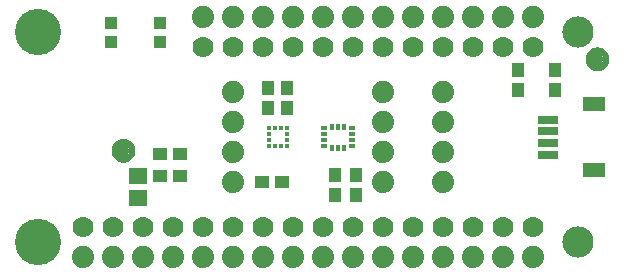
<source format=gbr>
G04 EAGLE Gerber RS-274X export*
G75*
%MOMM*%
%FSLAX34Y34*%
%LPD*%
%INSoldermask Top*%
%IPPOS*%
%AMOC8*
5,1,8,0,0,1.08239X$1,22.5*%
G01*
%ADD10R,1.101600X1.176600*%
%ADD11R,1.651600X0.701600*%
%ADD12R,1.901600X1.301600*%
%ADD13R,0.376600X0.351600*%
%ADD14R,0.351600X0.376600*%
%ADD15R,0.576600X0.351600*%
%ADD16R,0.351600X0.576600*%
%ADD17C,2.641600*%
%ADD18C,3.911600*%
%ADD19C,1.879600*%
%ADD20C,1.778000*%
%ADD21R,1.001600X1.001600*%
%ADD22C,1.101600*%
%ADD23C,0.500000*%
%ADD24R,1.176600X1.101600*%
%ADD25R,1.601600X1.341600*%


D10*
X276860Y82160D03*
X276860Y65160D03*
D11*
X457460Y109300D03*
X457460Y119300D03*
X457460Y99300D03*
X457460Y129300D03*
D12*
X496460Y86300D03*
X496460Y142300D03*
D10*
X236601Y139201D03*
X236601Y156201D03*
D13*
X236100Y106800D03*
X236100Y111800D03*
X236100Y116800D03*
X236100Y121800D03*
D14*
X231100Y121800D03*
X226100Y121800D03*
D13*
X221100Y121800D03*
X221100Y116800D03*
X221100Y111800D03*
X221100Y106800D03*
D14*
X226100Y106800D03*
X231100Y106800D03*
D10*
X220345Y138820D03*
X220345Y155820D03*
D15*
X267775Y121800D03*
X267775Y116800D03*
X267775Y111800D03*
X267775Y106800D03*
D16*
X274400Y105175D03*
X279400Y105175D03*
X284400Y105175D03*
D15*
X291025Y106800D03*
X291025Y111800D03*
X291025Y116800D03*
X291025Y121800D03*
D16*
X284400Y123425D03*
X279400Y123425D03*
X274400Y123425D03*
D17*
X482600Y203200D03*
X482600Y25400D03*
D18*
X25400Y203200D03*
X25400Y25400D03*
D19*
X165100Y215900D03*
X190500Y215900D03*
X215900Y215900D03*
X241300Y215900D03*
X266700Y215900D03*
X292100Y215900D03*
X317500Y215900D03*
X342900Y215900D03*
X368300Y215900D03*
X393700Y215900D03*
X419100Y215900D03*
X444500Y215900D03*
X165100Y12700D03*
X190500Y12700D03*
X215900Y12700D03*
X241300Y12700D03*
X266700Y12700D03*
X292100Y12700D03*
X317500Y12700D03*
X342900Y12700D03*
X368300Y12700D03*
X393700Y12700D03*
X419100Y12700D03*
X444500Y12700D03*
X139700Y12700D03*
X114300Y12700D03*
X88900Y12700D03*
X63500Y12700D03*
D20*
X444500Y38100D03*
X419100Y38100D03*
X393700Y38100D03*
X368300Y38100D03*
X342900Y38100D03*
X317500Y38100D03*
X292100Y38100D03*
X266700Y38100D03*
X241300Y38100D03*
X215900Y38100D03*
X190500Y38100D03*
X165100Y38100D03*
X139700Y38100D03*
X114300Y38100D03*
X88900Y38100D03*
X63500Y38100D03*
X165100Y190500D03*
X190500Y190500D03*
X215900Y190500D03*
X241300Y190500D03*
X266700Y190500D03*
X292100Y190500D03*
X317500Y190500D03*
X342900Y190500D03*
X368300Y190500D03*
X393700Y190500D03*
X419100Y190500D03*
X444500Y190500D03*
D21*
X128450Y211200D03*
X128450Y195200D03*
X87450Y195200D03*
X87450Y211200D03*
D22*
X97790Y102870D03*
D23*
X97790Y110370D02*
X97609Y110368D01*
X97428Y110361D01*
X97247Y110350D01*
X97066Y110335D01*
X96886Y110315D01*
X96706Y110291D01*
X96527Y110263D01*
X96349Y110230D01*
X96172Y110193D01*
X95995Y110152D01*
X95820Y110107D01*
X95645Y110057D01*
X95472Y110003D01*
X95301Y109945D01*
X95130Y109883D01*
X94962Y109816D01*
X94795Y109746D01*
X94629Y109672D01*
X94466Y109593D01*
X94305Y109511D01*
X94145Y109425D01*
X93988Y109335D01*
X93833Y109241D01*
X93680Y109144D01*
X93530Y109042D01*
X93382Y108938D01*
X93236Y108829D01*
X93094Y108718D01*
X92954Y108602D01*
X92817Y108484D01*
X92682Y108362D01*
X92551Y108237D01*
X92423Y108109D01*
X92298Y107978D01*
X92176Y107843D01*
X92058Y107706D01*
X91942Y107566D01*
X91831Y107424D01*
X91722Y107278D01*
X91618Y107130D01*
X91516Y106980D01*
X91419Y106827D01*
X91325Y106672D01*
X91235Y106515D01*
X91149Y106355D01*
X91067Y106194D01*
X90988Y106031D01*
X90914Y105865D01*
X90844Y105698D01*
X90777Y105530D01*
X90715Y105359D01*
X90657Y105188D01*
X90603Y105015D01*
X90553Y104840D01*
X90508Y104665D01*
X90467Y104488D01*
X90430Y104311D01*
X90397Y104133D01*
X90369Y103954D01*
X90345Y103774D01*
X90325Y103594D01*
X90310Y103413D01*
X90299Y103232D01*
X90292Y103051D01*
X90290Y102870D01*
X97790Y110370D02*
X97971Y110368D01*
X98152Y110361D01*
X98333Y110350D01*
X98514Y110335D01*
X98694Y110315D01*
X98874Y110291D01*
X99053Y110263D01*
X99231Y110230D01*
X99408Y110193D01*
X99585Y110152D01*
X99760Y110107D01*
X99935Y110057D01*
X100108Y110003D01*
X100279Y109945D01*
X100450Y109883D01*
X100618Y109816D01*
X100785Y109746D01*
X100951Y109672D01*
X101114Y109593D01*
X101275Y109511D01*
X101435Y109425D01*
X101592Y109335D01*
X101747Y109241D01*
X101900Y109144D01*
X102050Y109042D01*
X102198Y108938D01*
X102344Y108829D01*
X102486Y108718D01*
X102626Y108602D01*
X102763Y108484D01*
X102898Y108362D01*
X103029Y108237D01*
X103157Y108109D01*
X103282Y107978D01*
X103404Y107843D01*
X103522Y107706D01*
X103638Y107566D01*
X103749Y107424D01*
X103858Y107278D01*
X103962Y107130D01*
X104064Y106980D01*
X104161Y106827D01*
X104255Y106672D01*
X104345Y106515D01*
X104431Y106355D01*
X104513Y106194D01*
X104592Y106031D01*
X104666Y105865D01*
X104736Y105698D01*
X104803Y105530D01*
X104865Y105359D01*
X104923Y105188D01*
X104977Y105015D01*
X105027Y104840D01*
X105072Y104665D01*
X105113Y104488D01*
X105150Y104311D01*
X105183Y104133D01*
X105211Y103954D01*
X105235Y103774D01*
X105255Y103594D01*
X105270Y103413D01*
X105281Y103232D01*
X105288Y103051D01*
X105290Y102870D01*
X105288Y102689D01*
X105281Y102508D01*
X105270Y102327D01*
X105255Y102146D01*
X105235Y101966D01*
X105211Y101786D01*
X105183Y101607D01*
X105150Y101429D01*
X105113Y101252D01*
X105072Y101075D01*
X105027Y100900D01*
X104977Y100725D01*
X104923Y100552D01*
X104865Y100381D01*
X104803Y100210D01*
X104736Y100042D01*
X104666Y99875D01*
X104592Y99709D01*
X104513Y99546D01*
X104431Y99385D01*
X104345Y99225D01*
X104255Y99068D01*
X104161Y98913D01*
X104064Y98760D01*
X103962Y98610D01*
X103858Y98462D01*
X103749Y98316D01*
X103638Y98174D01*
X103522Y98034D01*
X103404Y97897D01*
X103282Y97762D01*
X103157Y97631D01*
X103029Y97503D01*
X102898Y97378D01*
X102763Y97256D01*
X102626Y97138D01*
X102486Y97022D01*
X102344Y96911D01*
X102198Y96802D01*
X102050Y96698D01*
X101900Y96596D01*
X101747Y96499D01*
X101592Y96405D01*
X101435Y96315D01*
X101275Y96229D01*
X101114Y96147D01*
X100951Y96068D01*
X100785Y95994D01*
X100618Y95924D01*
X100450Y95857D01*
X100279Y95795D01*
X100108Y95737D01*
X99935Y95683D01*
X99760Y95633D01*
X99585Y95588D01*
X99408Y95547D01*
X99231Y95510D01*
X99053Y95477D01*
X98874Y95449D01*
X98694Y95425D01*
X98514Y95405D01*
X98333Y95390D01*
X98152Y95379D01*
X97971Y95372D01*
X97790Y95370D01*
X97609Y95372D01*
X97428Y95379D01*
X97247Y95390D01*
X97066Y95405D01*
X96886Y95425D01*
X96706Y95449D01*
X96527Y95477D01*
X96349Y95510D01*
X96172Y95547D01*
X95995Y95588D01*
X95820Y95633D01*
X95645Y95683D01*
X95472Y95737D01*
X95301Y95795D01*
X95130Y95857D01*
X94962Y95924D01*
X94795Y95994D01*
X94629Y96068D01*
X94466Y96147D01*
X94305Y96229D01*
X94145Y96315D01*
X93988Y96405D01*
X93833Y96499D01*
X93680Y96596D01*
X93530Y96698D01*
X93382Y96802D01*
X93236Y96911D01*
X93094Y97022D01*
X92954Y97138D01*
X92817Y97256D01*
X92682Y97378D01*
X92551Y97503D01*
X92423Y97631D01*
X92298Y97762D01*
X92176Y97897D01*
X92058Y98034D01*
X91942Y98174D01*
X91831Y98316D01*
X91722Y98462D01*
X91618Y98610D01*
X91516Y98760D01*
X91419Y98913D01*
X91325Y99068D01*
X91235Y99225D01*
X91149Y99385D01*
X91067Y99546D01*
X90988Y99709D01*
X90914Y99875D01*
X90844Y100042D01*
X90777Y100210D01*
X90715Y100381D01*
X90657Y100552D01*
X90603Y100725D01*
X90553Y100900D01*
X90508Y101075D01*
X90467Y101252D01*
X90430Y101429D01*
X90397Y101607D01*
X90369Y101786D01*
X90345Y101966D01*
X90325Y102146D01*
X90310Y102327D01*
X90299Y102508D01*
X90292Y102689D01*
X90290Y102870D01*
D22*
X499110Y180340D03*
D23*
X499110Y187840D02*
X498929Y187838D01*
X498748Y187831D01*
X498567Y187820D01*
X498386Y187805D01*
X498206Y187785D01*
X498026Y187761D01*
X497847Y187733D01*
X497669Y187700D01*
X497492Y187663D01*
X497315Y187622D01*
X497140Y187577D01*
X496965Y187527D01*
X496792Y187473D01*
X496621Y187415D01*
X496450Y187353D01*
X496282Y187286D01*
X496115Y187216D01*
X495949Y187142D01*
X495786Y187063D01*
X495625Y186981D01*
X495465Y186895D01*
X495308Y186805D01*
X495153Y186711D01*
X495000Y186614D01*
X494850Y186512D01*
X494702Y186408D01*
X494556Y186299D01*
X494414Y186188D01*
X494274Y186072D01*
X494137Y185954D01*
X494002Y185832D01*
X493871Y185707D01*
X493743Y185579D01*
X493618Y185448D01*
X493496Y185313D01*
X493378Y185176D01*
X493262Y185036D01*
X493151Y184894D01*
X493042Y184748D01*
X492938Y184600D01*
X492836Y184450D01*
X492739Y184297D01*
X492645Y184142D01*
X492555Y183985D01*
X492469Y183825D01*
X492387Y183664D01*
X492308Y183501D01*
X492234Y183335D01*
X492164Y183168D01*
X492097Y183000D01*
X492035Y182829D01*
X491977Y182658D01*
X491923Y182485D01*
X491873Y182310D01*
X491828Y182135D01*
X491787Y181958D01*
X491750Y181781D01*
X491717Y181603D01*
X491689Y181424D01*
X491665Y181244D01*
X491645Y181064D01*
X491630Y180883D01*
X491619Y180702D01*
X491612Y180521D01*
X491610Y180340D01*
X499110Y187840D02*
X499291Y187838D01*
X499472Y187831D01*
X499653Y187820D01*
X499834Y187805D01*
X500014Y187785D01*
X500194Y187761D01*
X500373Y187733D01*
X500551Y187700D01*
X500728Y187663D01*
X500905Y187622D01*
X501080Y187577D01*
X501255Y187527D01*
X501428Y187473D01*
X501599Y187415D01*
X501770Y187353D01*
X501938Y187286D01*
X502105Y187216D01*
X502271Y187142D01*
X502434Y187063D01*
X502595Y186981D01*
X502755Y186895D01*
X502912Y186805D01*
X503067Y186711D01*
X503220Y186614D01*
X503370Y186512D01*
X503518Y186408D01*
X503664Y186299D01*
X503806Y186188D01*
X503946Y186072D01*
X504083Y185954D01*
X504218Y185832D01*
X504349Y185707D01*
X504477Y185579D01*
X504602Y185448D01*
X504724Y185313D01*
X504842Y185176D01*
X504958Y185036D01*
X505069Y184894D01*
X505178Y184748D01*
X505282Y184600D01*
X505384Y184450D01*
X505481Y184297D01*
X505575Y184142D01*
X505665Y183985D01*
X505751Y183825D01*
X505833Y183664D01*
X505912Y183501D01*
X505986Y183335D01*
X506056Y183168D01*
X506123Y183000D01*
X506185Y182829D01*
X506243Y182658D01*
X506297Y182485D01*
X506347Y182310D01*
X506392Y182135D01*
X506433Y181958D01*
X506470Y181781D01*
X506503Y181603D01*
X506531Y181424D01*
X506555Y181244D01*
X506575Y181064D01*
X506590Y180883D01*
X506601Y180702D01*
X506608Y180521D01*
X506610Y180340D01*
X506608Y180159D01*
X506601Y179978D01*
X506590Y179797D01*
X506575Y179616D01*
X506555Y179436D01*
X506531Y179256D01*
X506503Y179077D01*
X506470Y178899D01*
X506433Y178722D01*
X506392Y178545D01*
X506347Y178370D01*
X506297Y178195D01*
X506243Y178022D01*
X506185Y177851D01*
X506123Y177680D01*
X506056Y177512D01*
X505986Y177345D01*
X505912Y177179D01*
X505833Y177016D01*
X505751Y176855D01*
X505665Y176695D01*
X505575Y176538D01*
X505481Y176383D01*
X505384Y176230D01*
X505282Y176080D01*
X505178Y175932D01*
X505069Y175786D01*
X504958Y175644D01*
X504842Y175504D01*
X504724Y175367D01*
X504602Y175232D01*
X504477Y175101D01*
X504349Y174973D01*
X504218Y174848D01*
X504083Y174726D01*
X503946Y174608D01*
X503806Y174492D01*
X503664Y174381D01*
X503518Y174272D01*
X503370Y174168D01*
X503220Y174066D01*
X503067Y173969D01*
X502912Y173875D01*
X502755Y173785D01*
X502595Y173699D01*
X502434Y173617D01*
X502271Y173538D01*
X502105Y173464D01*
X501938Y173394D01*
X501770Y173327D01*
X501599Y173265D01*
X501428Y173207D01*
X501255Y173153D01*
X501080Y173103D01*
X500905Y173058D01*
X500728Y173017D01*
X500551Y172980D01*
X500373Y172947D01*
X500194Y172919D01*
X500014Y172895D01*
X499834Y172875D01*
X499653Y172860D01*
X499472Y172849D01*
X499291Y172842D01*
X499110Y172840D01*
X498929Y172842D01*
X498748Y172849D01*
X498567Y172860D01*
X498386Y172875D01*
X498206Y172895D01*
X498026Y172919D01*
X497847Y172947D01*
X497669Y172980D01*
X497492Y173017D01*
X497315Y173058D01*
X497140Y173103D01*
X496965Y173153D01*
X496792Y173207D01*
X496621Y173265D01*
X496450Y173327D01*
X496282Y173394D01*
X496115Y173464D01*
X495949Y173538D01*
X495786Y173617D01*
X495625Y173699D01*
X495465Y173785D01*
X495308Y173875D01*
X495153Y173969D01*
X495000Y174066D01*
X494850Y174168D01*
X494702Y174272D01*
X494556Y174381D01*
X494414Y174492D01*
X494274Y174608D01*
X494137Y174726D01*
X494002Y174848D01*
X493871Y174973D01*
X493743Y175101D01*
X493618Y175232D01*
X493496Y175367D01*
X493378Y175504D01*
X493262Y175644D01*
X493151Y175786D01*
X493042Y175932D01*
X492938Y176080D01*
X492836Y176230D01*
X492739Y176383D01*
X492645Y176538D01*
X492555Y176695D01*
X492469Y176855D01*
X492387Y177016D01*
X492308Y177179D01*
X492234Y177345D01*
X492164Y177512D01*
X492097Y177680D01*
X492035Y177851D01*
X491977Y178022D01*
X491923Y178195D01*
X491873Y178370D01*
X491828Y178545D01*
X491787Y178722D01*
X491750Y178899D01*
X491717Y179077D01*
X491689Y179256D01*
X491665Y179436D01*
X491645Y179616D01*
X491630Y179797D01*
X491619Y179978D01*
X491612Y180159D01*
X491610Y180340D01*
D19*
X190500Y152400D03*
X190500Y127000D03*
X190500Y101600D03*
X190500Y76200D03*
X317500Y152400D03*
X317500Y127000D03*
X317500Y101600D03*
X317500Y76200D03*
X368300Y152400D03*
X368300Y127000D03*
X368300Y101600D03*
X368300Y76200D03*
D24*
X145660Y81280D03*
X128660Y81280D03*
X128660Y100330D03*
X145660Y100330D03*
X215020Y76200D03*
X232020Y76200D03*
D10*
X294640Y65160D03*
X294640Y82160D03*
X431800Y171060D03*
X431800Y154060D03*
X463550Y171060D03*
X463550Y154060D03*
D25*
X110490Y62890D03*
X110490Y81890D03*
M02*

</source>
